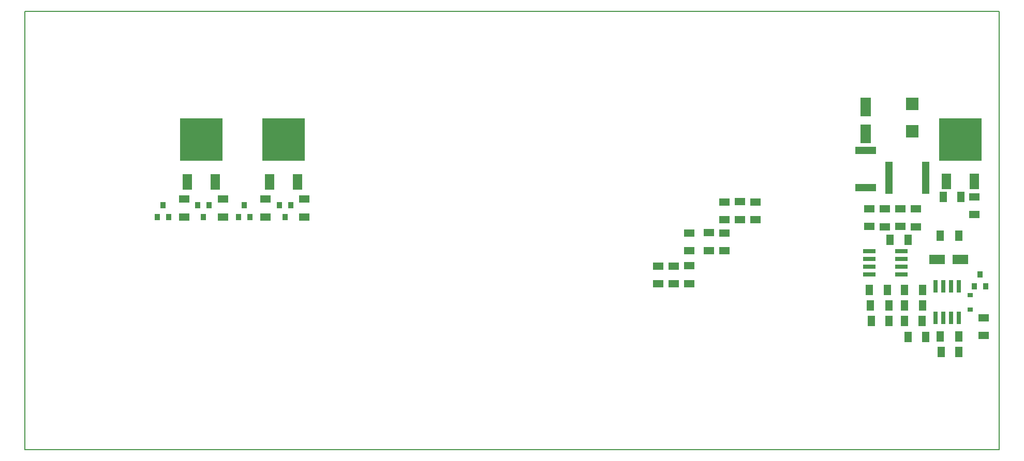
<source format=gbr>
G04 PROTEUS GERBER X2 FILE*
%TF.GenerationSoftware,Labcenter,Proteus,8.7-SP3-Build25561*%
%TF.CreationDate,2021-05-23T19:17:03+00:00*%
%TF.FileFunction,Paste,Bot*%
%TF.FilePolarity,Positive*%
%TF.Part,Single*%
%TF.SameCoordinates,{23a4d374-2f20-46fa-8f71-d400e96580a3}*%
%FSLAX45Y45*%
%MOMM*%
G01*
%TA.AperFunction,Material*%
%ADD96R,0.889000X1.016000*%
%ADD90R,6.985000X6.985000*%
%ADD91R,1.524000X2.540000*%
%TA.AperFunction,Material*%
%ADD87R,2.108200X2.108200*%
%ADD95R,0.889000X0.635000*%
%ADD85R,1.193800X5.308600*%
%ADD88R,1.651000X3.048000*%
%TA.AperFunction,Material*%
%ADD97R,2.032000X0.635000*%
%ADD92R,0.635000X2.032000*%
%TA.AperFunction,Material*%
%ADD89R,3.403600X1.244600*%
%ADD94R,2.540000X1.524000*%
%ADD86R,1.143000X1.803400*%
%ADD93R,1.803400X1.143000*%
%TA.AperFunction,Profile*%
%ADD39C,0.203200*%
%TD.AperFunction*%
D96*
X+8196580Y-1389380D03*
X+8290560Y-1579880D03*
X+8102600Y-1579880D03*
D90*
X+7874000Y+825500D03*
D91*
X+8102600Y+134620D03*
X+7645400Y+134620D03*
D87*
X+7086600Y+1404620D03*
X+7086600Y+954620D03*
D95*
X+8039100Y-1960880D03*
X+8039100Y-1725930D03*
D85*
X+6705600Y+198120D03*
X+7305600Y+198120D03*
D88*
X+6324600Y+914620D03*
X+6324600Y+1359120D03*
D97*
X+6908800Y-1008380D03*
X+6908800Y-1135380D03*
X+6908800Y-1262380D03*
X+6908800Y-1389380D03*
X+6388100Y-1389380D03*
X+6388100Y-1262380D03*
X+6388100Y-1135380D03*
X+6388100Y-1008380D03*
D92*
X+7848600Y-2100580D03*
X+7721600Y-2100580D03*
X+7594600Y-2100580D03*
X+7467600Y-2100580D03*
X+7467600Y-1579880D03*
X+7594600Y-1579880D03*
X+7721600Y-1579880D03*
X+7848600Y-1579880D03*
D89*
X+6324600Y+642620D03*
X+6324600Y+32620D03*
D94*
X+7874000Y-1143000D03*
X+7493000Y-1143000D03*
D86*
X+7848600Y-754380D03*
X+7548600Y-754380D03*
X+6705600Y-2151380D03*
X+6415600Y-2151380D03*
X+6678100Y-1643380D03*
X+6388100Y-1643380D03*
D93*
X+6388100Y-599880D03*
X+6388100Y-309880D03*
X+6896100Y-599880D03*
X+6896100Y-309880D03*
D86*
X+7249600Y-2151380D03*
X+6959600Y-2151380D03*
D93*
X+8255000Y-2095500D03*
X+8255000Y-2385500D03*
D86*
X+7848600Y-2405380D03*
X+7548600Y-2405380D03*
D93*
X+7150100Y-309880D03*
X+7150100Y-609880D03*
X+8102600Y-119380D03*
X+8102600Y-409380D03*
D86*
X+7594600Y-119380D03*
X+7884600Y-119380D03*
X+7848600Y-2659380D03*
X+7558600Y-2659380D03*
D93*
X+6642100Y-309880D03*
X+6642100Y-609880D03*
D86*
X+7023100Y-817880D03*
X+6723100Y-817880D03*
X+7259600Y-1643380D03*
X+6959600Y-1643380D03*
X+7259600Y-1897380D03*
X+6959600Y-1897380D03*
X+6705600Y-1897380D03*
X+6405600Y-1897380D03*
D90*
X-4546600Y+817880D03*
D91*
X-4318000Y+127000D03*
X-4775200Y+127000D03*
D90*
X-3200400Y+817880D03*
D91*
X-2971800Y+127000D03*
X-3429000Y+127000D03*
D96*
X-5173980Y-254000D03*
X-5080000Y-444500D03*
X-5267960Y-444500D03*
X-3840480Y-254000D03*
X-3746500Y-444500D03*
X-3934460Y-444500D03*
X-4508500Y-444500D03*
X-4602480Y-254000D03*
X-4414520Y-254000D03*
X-3175000Y-444500D03*
X-3268980Y-254000D03*
X-3081020Y-254000D03*
D93*
X-4826000Y-154500D03*
X-4826000Y-444500D03*
X-4191000Y-154500D03*
X-4191000Y-444500D03*
X-3492500Y-154500D03*
X-3492500Y-444500D03*
X-2857500Y-154500D03*
X-2857500Y-444500D03*
X+3439000Y-1242500D03*
X+3439000Y-1542500D03*
X+3756500Y-698500D03*
X+3756500Y-998500D03*
X+4264500Y-190500D03*
X+4264500Y-490500D03*
X+2931000Y-1542500D03*
X+2931000Y-1252500D03*
X+3439000Y-998500D03*
X+3439000Y-708500D03*
X+4010500Y-998500D03*
X+4010500Y-708500D03*
X+3185000Y-1542500D03*
X+3185000Y-1252500D03*
X+4010500Y-490500D03*
X+4010500Y-200500D03*
X+4518500Y-490500D03*
X+4518500Y-200500D03*
D86*
X+7311000Y-2413000D03*
X+7021000Y-2413000D03*
D39*
X-7429500Y-4254500D02*
X+8509000Y-4254500D01*
X+8509000Y+2921000D01*
X-7429500Y+2921000D01*
X-7429500Y-4254500D01*
M02*

</source>
